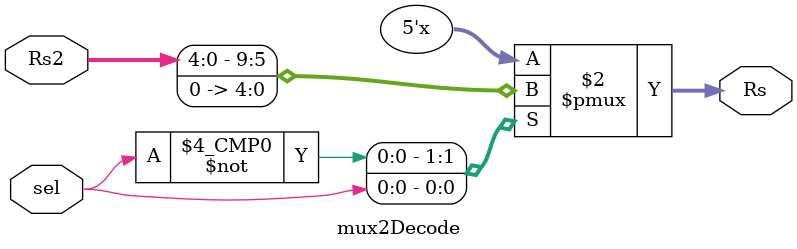
<source format=sv>
module mux2Decode (input logic sel,
				 input logic [4:0] Rs2,
				 output logic [4:0] Rs);
				always_comb
				begin
					case(sel)
						0 : Rs = Rs2;
						1 : Rs = 'b0;
					endcase
				end
endmodule

</source>
